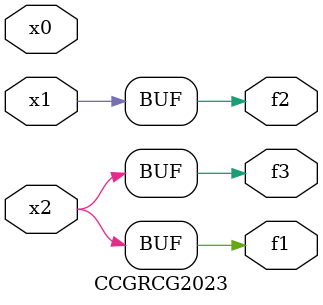
<source format=v>
module CCGRCG2023(
	input x0, x1, x2,
	output f1, f2, f3
);
	assign f1 = x2;
	assign f2 = x1;
	assign f3 = x2;
endmodule

</source>
